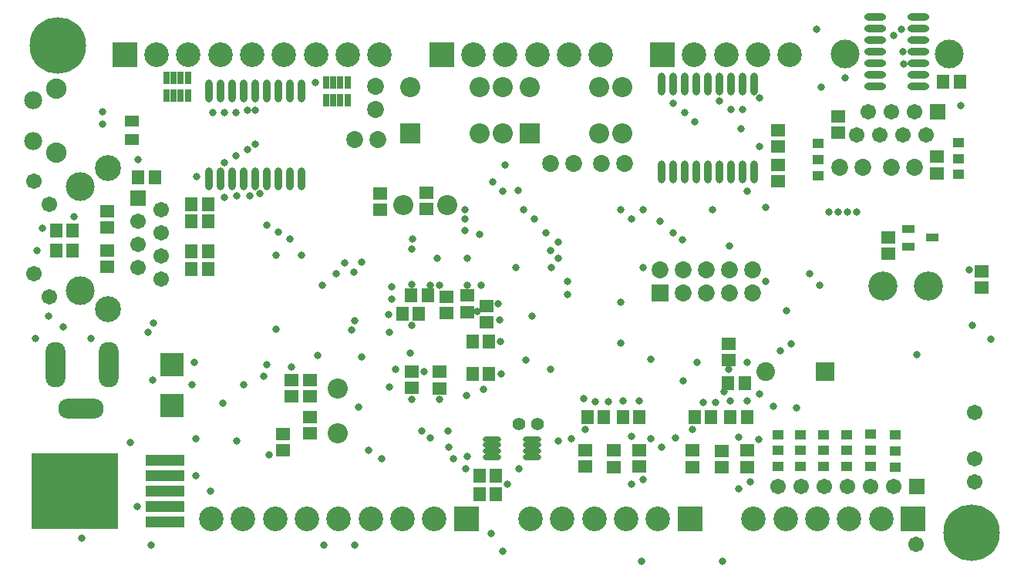
<source format=gbs>
%FSTAX24Y24*%
%MOIN*%
G70*
G01*
G75*
G04 Layer_Color=8388736*
%ADD10C,0.0100*%
%ADD11R,0.0512X0.0394*%
%ADD12O,0.0945X0.0236*%
%ADD13R,0.0945X0.0236*%
%ADD14R,0.1575X0.0670*%
%ADD15R,0.0177X0.0453*%
%ADD16R,0.1378X0.0748*%
%ADD17R,0.1732X0.0866*%
%ADD18R,0.0532X0.0472*%
%ADD19R,0.1969X0.2756*%
%ADD20R,0.0472X0.0532*%
%ADD21C,0.0394*%
%ADD22R,0.0591X0.0118*%
%ADD23R,0.0118X0.0591*%
%ADD24O,0.0276X0.0984*%
%ADD25R,0.0472X0.0551*%
%ADD26R,0.0551X0.0472*%
%ADD27R,0.0591X0.0315*%
%ADD28R,0.0787X0.0571*%
%ADD29C,0.0120*%
%ADD30C,0.0300*%
%ADD31C,0.2362*%
%ADD32C,0.0800*%
%ADD33C,0.0700*%
%ADD34C,0.0591*%
%ADD35C,0.0984*%
%ADD36R,0.0984X0.0984*%
%ADD37O,0.0787X0.1890*%
%ADD38O,0.1890X0.0787*%
%ADD39C,0.0591*%
%ADD40C,0.1043*%
%ADD41R,0.0591X0.0591*%
%ADD42C,0.1161*%
%ADD43R,0.0787X0.0787*%
%ADD44C,0.0787*%
%ADD45R,0.0650X0.0650*%
%ADD46C,0.0650*%
%ADD47C,0.0728*%
%ADD48R,0.0728X0.0728*%
%ADD49C,0.1181*%
%ADD50R,0.0591X0.0591*%
%ADD51R,0.0591X0.0591*%
%ADD52C,0.0472*%
%ADD53C,0.0240*%
%ADD54R,0.0374X0.0335*%
%ADD55R,0.0472X0.0256*%
%ADD56R,0.0906X0.0906*%
%ADD57R,0.3701X0.3228*%
%ADD58R,0.1634X0.0374*%
%ADD59O,0.0236X0.0906*%
%ADD60O,0.0709X0.0177*%
%ADD61O,0.0866X0.0236*%
%ADD62C,0.0200*%
%ADD63C,0.0079*%
%ADD64C,0.0039*%
%ADD65C,0.0098*%
%ADD66C,0.0236*%
%ADD67C,0.0030*%
%ADD68C,0.0050*%
%ADD69C,0.0040*%
%ADD70C,0.0059*%
%ADD71R,0.1614X0.0748*%
%ADD72R,0.0592X0.0474*%
%ADD73O,0.1025X0.0316*%
%ADD74R,0.1025X0.0316*%
%ADD75R,0.1655X0.0750*%
%ADD76R,0.0257X0.0533*%
%ADD77R,0.1458X0.0828*%
%ADD78R,0.1812X0.0946*%
%ADD79R,0.0612X0.0552*%
%ADD80R,0.2049X0.2836*%
%ADD81R,0.0552X0.0612*%
%ADD82C,0.0474*%
%ADD83R,0.0671X0.0198*%
%ADD84R,0.0198X0.0671*%
%ADD85O,0.0356X0.1064*%
%ADD86R,0.0552X0.0631*%
%ADD87R,0.0631X0.0552*%
%ADD88R,0.0671X0.0395*%
%ADD89R,0.0867X0.0651*%
%ADD90C,0.2442*%
%ADD91C,0.0880*%
%ADD92C,0.0780*%
%ADD93C,0.0671*%
%ADD94C,0.1064*%
%ADD95R,0.1064X0.1064*%
%ADD96O,0.0867X0.1970*%
%ADD97O,0.1970X0.0867*%
%ADD98C,0.0671*%
%ADD99C,0.1123*%
%ADD100R,0.0671X0.0671*%
%ADD101C,0.1241*%
%ADD102R,0.0867X0.0867*%
%ADD103C,0.0867*%
%ADD104R,0.0730X0.0730*%
%ADD105C,0.0730*%
%ADD106C,0.0808*%
%ADD107R,0.0808X0.0808*%
%ADD108C,0.1261*%
%ADD109R,0.0671X0.0671*%
%ADD110R,0.0671X0.0671*%
%ADD111C,0.0552*%
%ADD112C,0.0320*%
%ADD113R,0.0454X0.0415*%
%ADD114R,0.0552X0.0336*%
%ADD115R,0.0986X0.0986*%
%ADD116R,0.3781X0.3308*%
%ADD117R,0.1714X0.0454*%
%ADD118O,0.0316X0.0986*%
%ADD119O,0.0789X0.0257*%
%ADD120O,0.0946X0.0316*%
D72*
X0257Y032756D02*
D03*
Y033544D02*
D03*
D76*
X027515Y0354D02*
D03*
X0272D02*
D03*
Y034632D02*
D03*
X027515D02*
D03*
X02783D02*
D03*
X028145D02*
D03*
Y0354D02*
D03*
X02783D02*
D03*
X034415Y0352D02*
D03*
X0341D02*
D03*
Y034432D02*
D03*
X034415D02*
D03*
X03473D02*
D03*
X035045D02*
D03*
Y0352D02*
D03*
X03473D02*
D03*
D79*
X06245Y02635D02*
D03*
Y027059D02*
D03*
X05365Y032446D02*
D03*
Y033154D02*
D03*
Y031659D02*
D03*
Y03095D02*
D03*
X03225Y020004D02*
D03*
Y019296D02*
D03*
X0326Y02165D02*
D03*
Y022359D02*
D03*
X0584Y028504D02*
D03*
Y027796D02*
D03*
X0515Y023904D02*
D03*
Y023196D02*
D03*
X0605Y031293D02*
D03*
Y032002D02*
D03*
X05625Y033039D02*
D03*
Y033748D02*
D03*
D81*
X02315Y02795D02*
D03*
X022441D02*
D03*
X023154Y0288D02*
D03*
X022446D02*
D03*
X052204Y0222D02*
D03*
X051496D02*
D03*
X040741Y0182D02*
D03*
X04145D02*
D03*
X040741Y0174D02*
D03*
X04145D02*
D03*
D86*
X028291Y0292D02*
D03*
X029D02*
D03*
X028291Y02995D02*
D03*
X029D02*
D03*
X028291Y02715D02*
D03*
X029D02*
D03*
X028291Y0279D02*
D03*
X029D02*
D03*
X0267Y0311D02*
D03*
X025991D02*
D03*
X051591Y020741D02*
D03*
X0523D02*
D03*
X050759D02*
D03*
X05005D02*
D03*
X04045Y0226D02*
D03*
X041159D02*
D03*
X0385Y026D02*
D03*
X037791D02*
D03*
X038109Y0252D02*
D03*
X0374D02*
D03*
X040441Y024D02*
D03*
X04115D02*
D03*
X060796Y03525D02*
D03*
X061504D02*
D03*
X046109Y02075D02*
D03*
X0454D02*
D03*
X046941D02*
D03*
X04765D02*
D03*
D87*
X03645Y030404D02*
D03*
Y029696D02*
D03*
X03845Y030454D02*
D03*
Y029746D02*
D03*
X0334Y021646D02*
D03*
Y022354D02*
D03*
Y020754D02*
D03*
Y020046D02*
D03*
X02465Y02965D02*
D03*
Y028941D02*
D03*
Y027959D02*
D03*
Y02725D02*
D03*
X0523Y0193D02*
D03*
Y018591D02*
D03*
X0512Y019291D02*
D03*
Y018583D02*
D03*
X0378Y022709D02*
D03*
Y022D02*
D03*
X0402Y025291D02*
D03*
Y026D02*
D03*
X04105Y02555D02*
D03*
Y024841D02*
D03*
X04995Y0193D02*
D03*
Y018591D02*
D03*
X0393Y025241D02*
D03*
Y02595D02*
D03*
X039Y0227D02*
D03*
Y021991D02*
D03*
X0453Y019309D02*
D03*
Y0186D02*
D03*
X04655Y0193D02*
D03*
Y018591D02*
D03*
X04765Y019309D02*
D03*
Y0186D02*
D03*
D90*
X062Y01575D02*
D03*
X0225Y0368D02*
D03*
D91*
X02244Y03217D02*
D03*
Y03493D02*
D03*
D92*
X02146Y032665D02*
D03*
Y034435D02*
D03*
D93*
X06215Y02095D02*
D03*
Y01895D02*
D03*
Y01795D02*
D03*
X05365Y01775D02*
D03*
X05465D02*
D03*
X05565D02*
D03*
X05665D02*
D03*
X05865D02*
D03*
X05765D02*
D03*
X05962Y015246D02*
D03*
D94*
X054162Y0364D02*
D03*
X051406D02*
D03*
X052784D02*
D03*
X050028D02*
D03*
X040478D02*
D03*
X043234D02*
D03*
X04599D02*
D03*
X041856D02*
D03*
X044612D02*
D03*
X029144Y01635D02*
D03*
X034656D02*
D03*
X030522D02*
D03*
X037412D02*
D03*
X0319D02*
D03*
X033278D02*
D03*
X036034D02*
D03*
X03879D02*
D03*
X036424Y0364D02*
D03*
X030912D02*
D03*
X035046D02*
D03*
X028156D02*
D03*
X033668D02*
D03*
X03229D02*
D03*
X029534D02*
D03*
X026778D02*
D03*
X048462Y01635D02*
D03*
X045706D02*
D03*
X04295D02*
D03*
X047084D02*
D03*
X044328D02*
D03*
X0581D02*
D03*
X055344D02*
D03*
X052588D02*
D03*
X056722D02*
D03*
X053966D02*
D03*
D95*
X04865Y0364D02*
D03*
X0391D02*
D03*
X040168Y01635D02*
D03*
X0254Y0364D02*
D03*
X04984Y01635D02*
D03*
X059478D02*
D03*
D96*
X024704Y023D02*
D03*
X022421D02*
D03*
D97*
X023523Y02111D02*
D03*
D98*
X02147Y03095D02*
D03*
X02215Y02995D02*
D03*
X02147Y02695D02*
D03*
X02215Y02595D02*
D03*
X02697Y0267D02*
D03*
Y0297D02*
D03*
X02597Y0272D02*
D03*
X02697Y0277D02*
D03*
Y0287D02*
D03*
X02597Y0282D02*
D03*
Y0292D02*
D03*
X05705Y032948D02*
D03*
X06005D02*
D03*
X05755Y033948D02*
D03*
X05805Y032948D02*
D03*
X05905D02*
D03*
X05855Y033948D02*
D03*
X05955D02*
D03*
D99*
X02467Y0315D02*
D03*
Y0254D02*
D03*
D100*
X02597Y0302D02*
D03*
D101*
X02347Y0307D02*
D03*
Y0262D02*
D03*
X06105Y036448D02*
D03*
X05655D02*
D03*
D102*
X03775Y033D02*
D03*
X0429D02*
D03*
D103*
X04075D02*
D03*
X04175D02*
D03*
X03775Y035D02*
D03*
X04075D02*
D03*
X04175D02*
D03*
X0469D02*
D03*
X0459D02*
D03*
X0429D02*
D03*
X0469Y033D02*
D03*
X0459D02*
D03*
X037439Y0299D02*
D03*
X039361D02*
D03*
X0346Y020039D02*
D03*
Y021961D02*
D03*
D104*
X04855Y0261D02*
D03*
D105*
Y0271D02*
D03*
X04955Y0261D02*
D03*
Y0271D02*
D03*
X05055Y0261D02*
D03*
Y0271D02*
D03*
X05155Y0261D02*
D03*
Y0271D02*
D03*
X05255Y0261D02*
D03*
Y0271D02*
D03*
X03635Y03275D02*
D03*
X03535D02*
D03*
X03625Y03405D02*
D03*
Y03505D02*
D03*
X0448Y0317D02*
D03*
X0438D02*
D03*
X046D02*
D03*
X047D02*
D03*
X05855Y031548D02*
D03*
X05955D02*
D03*
X0563D02*
D03*
X0573D02*
D03*
D106*
X05312Y0227D02*
D03*
D107*
X05568D02*
D03*
D108*
X058182Y0264D02*
D03*
X06015D02*
D03*
D109*
X05965Y01775D02*
D03*
D110*
X06055Y033948D02*
D03*
D111*
X042463Y02045D02*
D03*
X04325D02*
D03*
D112*
X05705Y029606D02*
D03*
X05665D02*
D03*
X05625D02*
D03*
X05585D02*
D03*
X05965Y02345D02*
D03*
X05345Y0212D02*
D03*
X05365Y018611D02*
D03*
X0556D02*
D03*
X04125Y0157D02*
D03*
X05765Y018617D02*
D03*
X0566Y018611D02*
D03*
X04175Y01495D02*
D03*
X0531Y0298D02*
D03*
X04455Y02605D02*
D03*
X0553Y0375D02*
D03*
X06155Y0342D02*
D03*
X04855Y0292D02*
D03*
X0508Y0297D02*
D03*
X0478D02*
D03*
Y0272D02*
D03*
X04385D02*
D03*
X0423D02*
D03*
X0495Y0284D02*
D03*
X0491Y0287D02*
D03*
X06205Y0247D02*
D03*
X0492Y01985D02*
D03*
X0486Y01945D02*
D03*
X0436Y0287D02*
D03*
X04415Y0283D02*
D03*
X05155Y02815D02*
D03*
X0438Y02795D02*
D03*
X04415Y0276D02*
D03*
X0473Y0293D02*
D03*
X0431D02*
D03*
X04685Y0297D02*
D03*
X04265D02*
D03*
X0513Y02185D02*
D03*
X05285Y02175D02*
D03*
X0531Y0266D02*
D03*
X05005Y0335D02*
D03*
X05285Y03245D02*
D03*
X052048Y033198D02*
D03*
X0523Y0305D02*
D03*
X0424Y03055D02*
D03*
X04175Y0305D02*
D03*
X04185Y03165D02*
D03*
X0413Y0309D02*
D03*
X0542Y0239D02*
D03*
X05375Y0236D02*
D03*
X054Y02535D02*
D03*
X0447Y0198D02*
D03*
X04525Y02155D02*
D03*
X0515Y0228D02*
D03*
X04415Y0197D02*
D03*
X059062Y036538D02*
D03*
X059099Y036025D02*
D03*
X058999Y037525D02*
D03*
X0528Y019791D02*
D03*
X05125Y0145D02*
D03*
X05245Y01795D02*
D03*
X05195Y01765D02*
D03*
X0473Y01785D02*
D03*
X04775Y0145D02*
D03*
X0478Y01805D02*
D03*
X04765Y02145D02*
D03*
X046941Y021459D02*
D03*
X0463Y0214D02*
D03*
X04575D02*
D03*
X0473Y0199D02*
D03*
X0453Y0202D02*
D03*
X04815Y0198D02*
D03*
X0438Y0228D02*
D03*
X03785Y02845D02*
D03*
X043Y0251D02*
D03*
X0378Y028D02*
D03*
X04685Y0257D02*
D03*
Y02395D02*
D03*
X04195Y01785D02*
D03*
X04245Y0185D02*
D03*
X0402Y01905D02*
D03*
X04015Y0185D02*
D03*
X0396Y01895D02*
D03*
X0394Y01945D02*
D03*
X039397Y020153D02*
D03*
X03685Y02205D02*
D03*
X02965Y021354D02*
D03*
X03365Y0352D02*
D03*
X03055Y02215D02*
D03*
X0283D02*
D03*
X0291Y01755D02*
D03*
X03025Y0197D02*
D03*
X0284Y023096D02*
D03*
X02565Y01965D02*
D03*
X0292Y0339D02*
D03*
X04455Y0266D02*
D03*
X03455Y02695D02*
D03*
X036831Y025181D02*
D03*
X0349Y0274D02*
D03*
X0353Y027D02*
D03*
X03565Y02745D02*
D03*
X03695Y02585D02*
D03*
X036962Y026362D02*
D03*
X0402Y02645D02*
D03*
X0401Y0297D02*
D03*
Y0293D02*
D03*
X0402Y0276D02*
D03*
X0389D02*
D03*
X0401Y0288D02*
D03*
X04075Y02865D02*
D03*
X04815Y02325D02*
D03*
X05015Y0231D02*
D03*
X0523D02*
D03*
X04955Y0223D02*
D03*
X0355Y021168D02*
D03*
X0297Y03025D02*
D03*
X03025Y0303D02*
D03*
X0308D02*
D03*
X03125Y0304D02*
D03*
X0326Y0229D02*
D03*
X03155Y02905D02*
D03*
X03205Y02875D02*
D03*
X03255Y02845D02*
D03*
X03305Y02775D02*
D03*
X0297Y03175D02*
D03*
Y0339D02*
D03*
X0302Y03205D02*
D03*
Y0339D02*
D03*
X0307Y0323D02*
D03*
Y034D02*
D03*
X03105Y03255D02*
D03*
Y034D02*
D03*
X0409Y02195D02*
D03*
X041672Y022622D02*
D03*
X040184Y021684D02*
D03*
X04065Y0253D02*
D03*
X0408Y02645D02*
D03*
X03835Y0227D02*
D03*
X037131Y022819D02*
D03*
X03775Y0235D02*
D03*
X03685Y0244D02*
D03*
X0378Y0247D02*
D03*
X0386Y02645D02*
D03*
X04155Y02565D02*
D03*
X042737Y023213D02*
D03*
X04165Y024D02*
D03*
X0416Y02495D02*
D03*
X0378Y0215D02*
D03*
X039Y02645D02*
D03*
X039003Y021497D02*
D03*
X037822Y026472D02*
D03*
X04995Y0202D02*
D03*
X05195Y019891D02*
D03*
X0504Y021391D02*
D03*
X05095D02*
D03*
X051591Y02145D02*
D03*
X0523Y021441D02*
D03*
X03165Y0191D02*
D03*
X02655Y0152D02*
D03*
X028481Y019819D02*
D03*
Y018219D02*
D03*
X02355Y0155D02*
D03*
X02595Y016881D02*
D03*
X033759Y023409D02*
D03*
X03565Y02335D02*
D03*
X028291Y0279D02*
D03*
Y02715D02*
D03*
Y0292D02*
D03*
Y02995D02*
D03*
X03195Y02455D02*
D03*
Y02775D02*
D03*
X0266Y02235D02*
D03*
X03825Y02015D02*
D03*
X03595Y0193D02*
D03*
X03155Y023D02*
D03*
X02665Y0248D02*
D03*
X038609Y019859D02*
D03*
X0365Y01895D02*
D03*
X0314Y0225D02*
D03*
X0264Y0244D02*
D03*
X0221Y0251D02*
D03*
X02395Y02415D02*
D03*
X02155D02*
D03*
X02275Y02465D02*
D03*
X0216Y02795D02*
D03*
X02185Y0289D02*
D03*
X0232Y0294D02*
D03*
X025991Y031891D02*
D03*
X0285Y03115D02*
D03*
X0511Y0344D02*
D03*
X0516Y03405D02*
D03*
X0521D02*
D03*
X05285Y03455D02*
D03*
X0496Y0339D02*
D03*
X0491Y0343D02*
D03*
X06285Y0241D02*
D03*
X055Y02695D02*
D03*
X05545Y02645D02*
D03*
X05445Y02115D02*
D03*
X03535Y0249D02*
D03*
X034Y0152D02*
D03*
X03535D02*
D03*
X02445Y03395D02*
D03*
Y0334D02*
D03*
X0352Y0245D02*
D03*
X03395Y02645D02*
D03*
X0619Y0271D02*
D03*
X05655Y0354D02*
D03*
X05865Y03725D02*
D03*
X0555Y035D02*
D03*
D113*
X0587Y019276D02*
D03*
Y019965D02*
D03*
Y018587D02*
D03*
X05537Y031876D02*
D03*
Y032565D02*
D03*
Y031187D02*
D03*
X06146Y031916D02*
D03*
Y032605D02*
D03*
Y031227D02*
D03*
X05765Y019306D02*
D03*
Y019994D02*
D03*
Y018617D02*
D03*
X0566Y0193D02*
D03*
Y019989D02*
D03*
Y018611D02*
D03*
X0556Y0193D02*
D03*
Y019989D02*
D03*
Y018611D02*
D03*
X0546Y0193D02*
D03*
Y019989D02*
D03*
Y018611D02*
D03*
X05365Y0193D02*
D03*
Y019989D02*
D03*
Y018611D02*
D03*
D114*
X060322Y0285D02*
D03*
X059278Y028126D02*
D03*
Y028874D02*
D03*
D115*
X02745Y02125D02*
D03*
Y023022D02*
D03*
D116*
X023243Y01755D02*
D03*
D117*
X027161Y016211D02*
D03*
Y016881D02*
D03*
Y01755D02*
D03*
Y018219D02*
D03*
Y018889D02*
D03*
D118*
X0526Y031341D02*
D03*
X0521D02*
D03*
X0516D02*
D03*
X0511D02*
D03*
X0506D02*
D03*
X0501D02*
D03*
X0496D02*
D03*
X0491D02*
D03*
X0486D02*
D03*
X0526Y035159D02*
D03*
X0521D02*
D03*
X0516D02*
D03*
X0511D02*
D03*
X0506D02*
D03*
X0501D02*
D03*
X0496D02*
D03*
X0491D02*
D03*
X0486D02*
D03*
X03305Y031031D02*
D03*
X03255D02*
D03*
X03205D02*
D03*
X03155D02*
D03*
X03105D02*
D03*
X03055D02*
D03*
X03005D02*
D03*
X02955D02*
D03*
X02905D02*
D03*
X03305Y03485D02*
D03*
X03255D02*
D03*
X03205D02*
D03*
X03155D02*
D03*
X03105D02*
D03*
X03055D02*
D03*
X03005D02*
D03*
X02955D02*
D03*
X02905D02*
D03*
D119*
X041274Y019016D02*
D03*
Y019272D02*
D03*
Y019528D02*
D03*
Y019784D02*
D03*
X043026Y019016D02*
D03*
Y019272D02*
D03*
Y019528D02*
D03*
Y019784D02*
D03*
D120*
X059731Y038038D02*
D03*
Y037538D02*
D03*
Y037038D02*
D03*
Y036538D02*
D03*
Y036038D02*
D03*
Y035538D02*
D03*
Y035038D02*
D03*
X057841Y038038D02*
D03*
Y037538D02*
D03*
Y037038D02*
D03*
Y036538D02*
D03*
Y036038D02*
D03*
Y035538D02*
D03*
Y035038D02*
D03*
M02*

</source>
